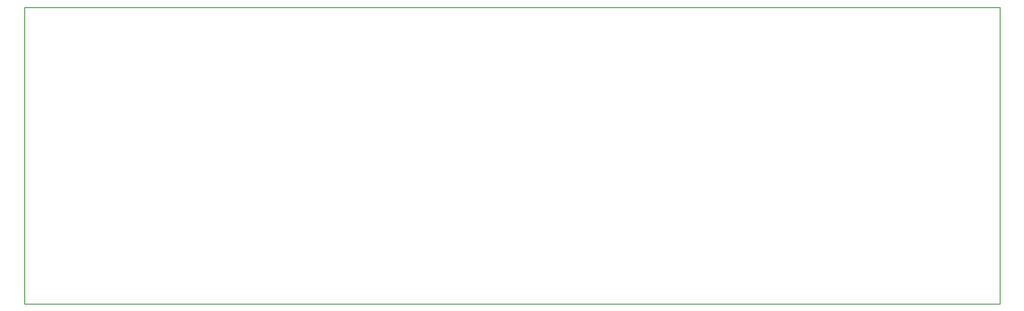
<source format=gbr>
G04 #@! TF.GenerationSoftware,KiCad,Pcbnew,(5.1.5)-3*
G04 #@! TF.CreationDate,2021-02-12T21:05:29+01:00*
G04 #@! TF.ProjectId,Mainboard,4d61696e-626f-4617-9264-2e6b69636164,rev?*
G04 #@! TF.SameCoordinates,Original*
G04 #@! TF.FileFunction,Profile,NP*
%FSLAX46Y46*%
G04 Gerber Fmt 4.6, Leading zero omitted, Abs format (unit mm)*
G04 Created by KiCad (PCBNEW (5.1.5)-3) date 2021-02-12 21:05:29*
%MOMM*%
%LPD*%
G04 APERTURE LIST*
%ADD10C,0.050000*%
G04 APERTURE END LIST*
D10*
X252000000Y-25000000D02*
X252000000Y-56000000D01*
X150000000Y-25000000D02*
X252000000Y-25000000D01*
X150000000Y-56000000D02*
X252000000Y-56000000D01*
X150000000Y-25000000D02*
X150000000Y-56000000D01*
M02*

</source>
